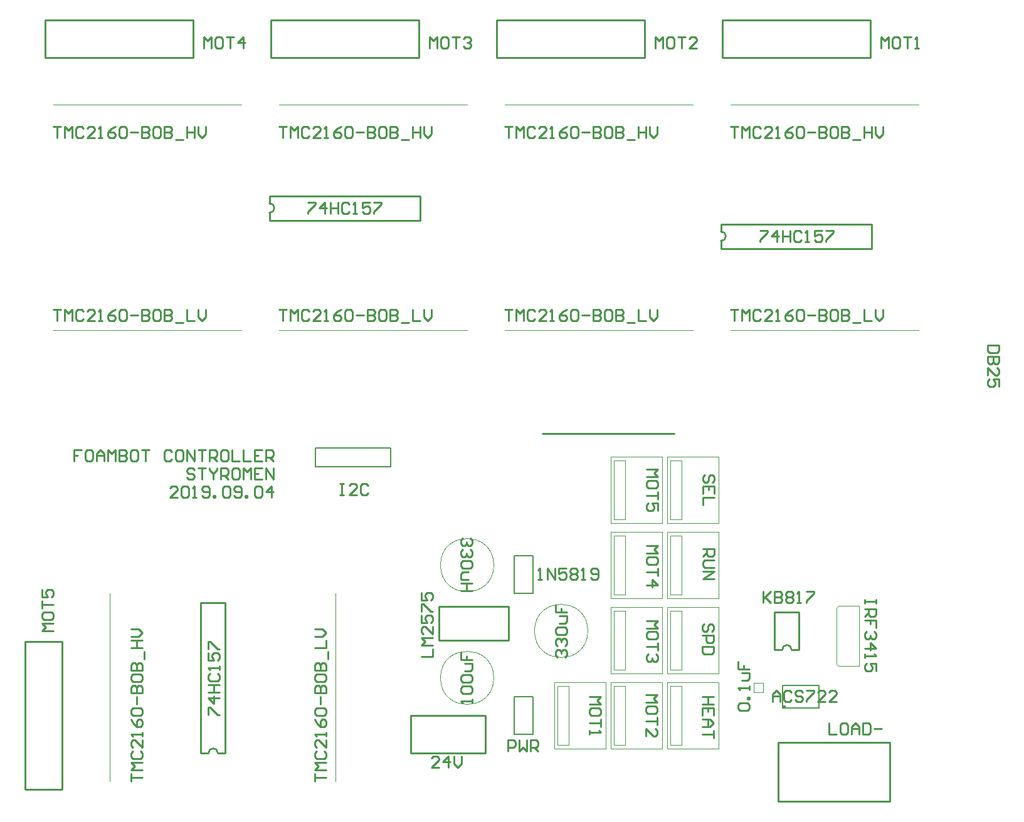
<source format=gto>
G04*
G04 #@! TF.GenerationSoftware,Altium Limited,Altium Designer,21.1.1 (26)*
G04*
G04 Layer_Color=65535*
%FSLAX25Y25*%
%MOIN*%
G70*
G04*
G04 #@! TF.SameCoordinates,6FC1F31B-F578-4013-A3C6-3E9410FEC2B9*
G04*
G04*
G04 #@! TF.FilePolarity,Positive*
G04*
G01*
G75*
%ADD10C,0.00394*%
%ADD11C,0.01000*%
%ADD12C,0.00787*%
%ADD13R,0.01546X0.01502*%
D10*
X524173Y440000D02*
G03*
X524173Y440000I-14173J0D01*
G01*
X474173Y475000D02*
G03*
X474173Y475000I-14173J0D01*
G01*
Y415000D02*
G03*
X474173Y415000I-14173J0D01*
G01*
X360000Y600000D02*
X460000D01*
X600000D02*
X700000D01*
X240000D02*
X340000D01*
X480000D02*
X580000D01*
X480000Y720000D02*
X580000D01*
X360000D02*
X460000D01*
X600000D02*
X700000D01*
X270000Y360000D02*
Y460000D01*
X240000Y720000D02*
X340000D01*
X593780Y417283D02*
Y452716D01*
X566221Y417283D02*
X593780D01*
X566221D02*
Y452716D01*
X593780D01*
X568189Y450748D02*
X574094D01*
Y419252D02*
Y450748D01*
X568189Y419252D02*
X574094D01*
X568189D02*
Y450748D01*
X593780Y457283D02*
Y492717D01*
X566221Y457283D02*
X593780D01*
X566221D02*
Y492717D01*
X593780D01*
X568189Y490748D02*
X574094D01*
Y459252D02*
Y490748D01*
X568189Y459252D02*
X574094D01*
X568189D02*
Y490748D01*
X593780Y377284D02*
Y412716D01*
X566221Y377284D02*
X593780D01*
X566221D02*
Y412716D01*
X593780D01*
X568189Y410748D02*
X574094D01*
Y379252D02*
Y410748D01*
X568189Y379252D02*
X574094D01*
X568189D02*
Y410748D01*
X593780Y497284D02*
Y532717D01*
X566221Y497284D02*
X593780D01*
X566221D02*
Y532717D01*
X593780D01*
X568189Y530748D02*
X574094D01*
Y499252D02*
Y530748D01*
X568189Y499252D02*
X574094D01*
X568189D02*
Y530748D01*
X563779Y497284D02*
Y532717D01*
X536221Y497284D02*
X563779D01*
X536221D02*
Y532717D01*
X563779D01*
X538189Y530748D02*
X544095D01*
Y499252D02*
Y530748D01*
X538189Y499252D02*
X544095D01*
X538189D02*
Y530748D01*
X533779Y377284D02*
Y412716D01*
X506220Y377284D02*
X533779D01*
X506220D02*
Y412716D01*
X533779D01*
X508189Y410748D02*
X514094D01*
Y379252D02*
Y410748D01*
X508189Y379252D02*
X514094D01*
X508189D02*
Y410748D01*
X563779Y457283D02*
Y492717D01*
X536221Y457283D02*
X563779D01*
X536221D02*
Y492717D01*
X563779D01*
X538189Y490748D02*
X544095D01*
Y459252D02*
Y490748D01*
X538189Y459252D02*
X544095D01*
X538189D02*
Y490748D01*
X563779Y417283D02*
Y452716D01*
X536221Y417283D02*
X563779D01*
X536221D02*
Y452716D01*
X563779D01*
X538189Y450748D02*
X544095D01*
Y419252D02*
Y450748D01*
X538189Y419252D02*
X544095D01*
X538189D02*
Y450748D01*
X563779Y377284D02*
Y412716D01*
X536221Y377284D02*
X563779D01*
X536221D02*
Y412716D01*
X563779D01*
X538189Y410748D02*
X544095D01*
Y379252D02*
Y410748D01*
X538189Y379252D02*
X544095D01*
X538189D02*
Y410748D01*
X612500Y407500D02*
X617500D01*
Y412500D01*
X612500D02*
X617500D01*
X612500Y407500D02*
Y412500D01*
X390000Y360000D02*
Y460000D01*
X657500Y453500D02*
X668500D01*
Y421500D02*
Y453500D01*
X656500Y452500D02*
X657500Y453500D01*
X656500Y422500D02*
Y452500D01*
Y422500D02*
X657500Y421500D01*
X668500D01*
D11*
X595000Y647500D02*
G03*
X595000Y652500I0J2500D01*
G01*
X355000Y662500D02*
G03*
X355000Y667500I0J2500D01*
G01*
X327500Y375000D02*
G03*
X322500Y375000I-2500J0D01*
G01*
X632500Y430000D02*
G03*
X627500Y430000I-2500J0D01*
G01*
X445000Y435000D02*
X446732D01*
X445000D02*
Y451142D01*
Y452992D01*
X480709D01*
X482000D01*
X446732Y435000D02*
X482000D01*
Y436567D01*
Y452992D01*
X625472Y349252D02*
X684528D01*
Y380748D01*
X625472D02*
X684528D01*
X625472Y349252D02*
Y380748D01*
X500000Y545000D02*
X570000D01*
X674370Y745157D02*
Y764843D01*
X595630D02*
X674370D01*
X595630Y745157D02*
Y764843D01*
Y745157D02*
X674370D01*
X314370D02*
Y764843D01*
X235630D02*
X314370D01*
X235630Y745157D02*
Y764843D01*
Y745157D02*
X314370D01*
X434370D02*
Y764843D01*
X355630D02*
X434370D01*
X355630Y745157D02*
Y764843D01*
Y745157D02*
X434370D01*
X225157Y434370D02*
X244843D01*
X225157Y355630D02*
Y434370D01*
Y355630D02*
X244843D01*
Y434370D01*
X554370Y745157D02*
Y764843D01*
X475630D02*
X554370D01*
X475630Y745157D02*
Y764843D01*
Y745157D02*
X554370D01*
X430158Y375157D02*
X469528D01*
X430158D02*
Y394843D01*
X469528D01*
Y375157D02*
Y394843D01*
X595000Y643500D02*
X675000D01*
Y656500D01*
X595000D02*
X675000D01*
X595000Y652500D02*
Y656500D01*
Y643500D02*
Y647500D01*
X355000Y658500D02*
X435000D01*
Y671500D01*
X355000D02*
X435000D01*
X355000Y667500D02*
Y671500D01*
Y658500D02*
Y662500D01*
X331500Y375000D02*
Y455000D01*
X318500D02*
X331500D01*
X318500Y375000D02*
Y455000D01*
Y375000D02*
X322500D01*
X327500D02*
X331500D01*
X636500Y430000D02*
Y450000D01*
X623500D02*
X636500D01*
X623500Y430000D02*
Y450000D01*
Y430000D02*
X627500D01*
X632500D02*
X636500D01*
X254999Y536193D02*
X251000D01*
Y533194D01*
X252999D01*
X251000D01*
Y530195D01*
X259997Y536193D02*
X257998D01*
X256998Y535194D01*
Y531195D01*
X257998Y530195D01*
X259997D01*
X260997Y531195D01*
Y535194D01*
X259997Y536193D01*
X262996Y530195D02*
Y534194D01*
X264996Y536193D01*
X266995Y534194D01*
Y530195D01*
Y533194D01*
X262996D01*
X268994Y530195D02*
Y536193D01*
X270993Y534194D01*
X272993Y536193D01*
Y530195D01*
X274992Y536193D02*
Y530195D01*
X277991D01*
X278991Y531195D01*
Y532195D01*
X277991Y533194D01*
X274992D01*
X277991D01*
X278991Y534194D01*
Y535194D01*
X277991Y536193D01*
X274992D01*
X283989D02*
X281990D01*
X280990Y535194D01*
Y531195D01*
X281990Y530195D01*
X283989D01*
X284989Y531195D01*
Y535194D01*
X283989Y536193D01*
X286988D02*
X290987D01*
X288988D01*
Y530195D01*
X302983Y535194D02*
X301983Y536193D01*
X299984D01*
X298985Y535194D01*
Y531195D01*
X299984Y530195D01*
X301983D01*
X302983Y531195D01*
X307982Y536193D02*
X305982D01*
X304982Y535194D01*
Y531195D01*
X305982Y530195D01*
X307982D01*
X308981Y531195D01*
Y535194D01*
X307982Y536193D01*
X310981Y530195D02*
Y536193D01*
X314979Y530195D01*
Y536193D01*
X316979D02*
X320977D01*
X318978D01*
Y530195D01*
X322977D02*
Y536193D01*
X325976D01*
X326975Y535194D01*
Y533194D01*
X325976Y532195D01*
X322977D01*
X324976D02*
X326975Y530195D01*
X331974Y536193D02*
X329975D01*
X328975Y535194D01*
Y531195D01*
X329975Y530195D01*
X331974D01*
X332974Y531195D01*
Y535194D01*
X331974Y536193D01*
X334973D02*
Y530195D01*
X338971D01*
X340971Y536193D02*
Y530195D01*
X344970D01*
X350968Y536193D02*
X346969D01*
Y530195D01*
X350968D01*
X346969Y533194D02*
X348968D01*
X352967Y530195D02*
Y536193D01*
X355966D01*
X356966Y535194D01*
Y533194D01*
X355966Y532195D01*
X352967D01*
X354966D02*
X356966Y530195D01*
X314979Y525596D02*
X313980Y526596D01*
X311980D01*
X310981Y525596D01*
Y524596D01*
X311980Y523597D01*
X313980D01*
X314979Y522597D01*
Y521597D01*
X313980Y520598D01*
X311980D01*
X310981Y521597D01*
X316979Y526596D02*
X320977D01*
X318978D01*
Y520598D01*
X322977Y526596D02*
Y525596D01*
X324976Y523597D01*
X326975Y525596D01*
Y526596D01*
X324976Y523597D02*
Y520598D01*
X328975D02*
Y526596D01*
X331974D01*
X332974Y525596D01*
Y523597D01*
X331974Y522597D01*
X328975D01*
X330974D02*
X332974Y520598D01*
X337972Y526596D02*
X335972D01*
X334973Y525596D01*
Y521597D01*
X335972Y520598D01*
X337972D01*
X338971Y521597D01*
Y525596D01*
X337972Y526596D01*
X340971Y520598D02*
Y526596D01*
X342970Y524596D01*
X344970Y526596D01*
Y520598D01*
X350968Y526596D02*
X346969D01*
Y520598D01*
X350968D01*
X346969Y523597D02*
X348968D01*
X352967Y520598D02*
Y526596D01*
X356966Y520598D01*
Y526596D01*
X305982Y511000D02*
X301983D01*
X305982Y514999D01*
Y515998D01*
X304982Y516998D01*
X302983D01*
X301983Y515998D01*
X307982D02*
X308981Y516998D01*
X310981D01*
X311980Y515998D01*
Y512000D01*
X310981Y511000D01*
X308981D01*
X307982Y512000D01*
Y515998D01*
X313980Y511000D02*
X315979D01*
X314979D01*
Y516998D01*
X313980Y515998D01*
X318978Y512000D02*
X319978Y511000D01*
X321977D01*
X322977Y512000D01*
Y515998D01*
X321977Y516998D01*
X319978D01*
X318978Y515998D01*
Y514999D01*
X319978Y513999D01*
X322977D01*
X324976Y511000D02*
Y512000D01*
X325976D01*
Y511000D01*
X324976D01*
X329975Y515998D02*
X330974Y516998D01*
X332974D01*
X333973Y515998D01*
Y512000D01*
X332974Y511000D01*
X330974D01*
X329975Y512000D01*
Y515998D01*
X335972Y512000D02*
X336972Y511000D01*
X338971D01*
X339971Y512000D01*
Y515998D01*
X338971Y516998D01*
X336972D01*
X335972Y515998D01*
Y514999D01*
X336972Y513999D01*
X339971D01*
X341971Y511000D02*
Y512000D01*
X342970D01*
Y511000D01*
X341971D01*
X346969Y515998D02*
X347969Y516998D01*
X349968D01*
X350968Y515998D01*
Y512000D01*
X349968Y511000D01*
X347969D01*
X346969Y512000D01*
Y515998D01*
X355966Y511000D02*
Y516998D01*
X352967Y513999D01*
X356966D01*
X680000Y750000D02*
Y755998D01*
X681999Y753999D01*
X683999Y755998D01*
Y750000D01*
X688997Y755998D02*
X686998D01*
X685998Y754998D01*
Y751000D01*
X686998Y750000D01*
X688997D01*
X689997Y751000D01*
Y754998D01*
X688997Y755998D01*
X691996D02*
X695995D01*
X693996D01*
Y750000D01*
X697994D02*
X699994D01*
X698994D01*
Y755998D01*
X697994Y754998D01*
X240000Y440000D02*
X234002D01*
X236001Y441999D01*
X234002Y443999D01*
X240000D01*
X234002Y448997D02*
Y446998D01*
X235002Y445998D01*
X239000D01*
X240000Y446998D01*
Y448997D01*
X239000Y449997D01*
X235002D01*
X234002Y448997D01*
Y451996D02*
Y455995D01*
Y453996D01*
X240000D01*
X234002Y461993D02*
Y457994D01*
X237001D01*
X236001Y459994D01*
Y460993D01*
X237001Y461993D01*
X239000D01*
X240000Y460993D01*
Y458994D01*
X239000Y457994D01*
X320000Y750000D02*
Y755998D01*
X321999Y753999D01*
X323999Y755998D01*
Y750000D01*
X328997Y755998D02*
X326998D01*
X325998Y754998D01*
Y751000D01*
X326998Y750000D01*
X328997D01*
X329997Y751000D01*
Y754998D01*
X328997Y755998D01*
X331996D02*
X335995D01*
X333996D01*
Y750000D01*
X340993D02*
Y755998D01*
X337994Y752999D01*
X341993D01*
X440000Y750000D02*
Y755998D01*
X441999Y753999D01*
X443999Y755998D01*
Y750000D01*
X448997Y755998D02*
X446998D01*
X445998Y754998D01*
Y751000D01*
X446998Y750000D01*
X448997D01*
X449997Y751000D01*
Y754998D01*
X448997Y755998D01*
X451996D02*
X455995D01*
X453996D01*
Y750000D01*
X457994Y754998D02*
X458994Y755998D01*
X460993D01*
X461993Y754998D01*
Y753999D01*
X460993Y752999D01*
X459994D01*
X460993D01*
X461993Y751999D01*
Y751000D01*
X460993Y750000D01*
X458994D01*
X457994Y751000D01*
X560000Y750000D02*
Y755998D01*
X561999Y753999D01*
X563999Y755998D01*
Y750000D01*
X568997Y755998D02*
X566998D01*
X565998Y754998D01*
Y751000D01*
X566998Y750000D01*
X568997D01*
X569997Y751000D01*
Y754998D01*
X568997Y755998D01*
X571996D02*
X575995D01*
X573995D01*
Y750000D01*
X581993D02*
X577994D01*
X581993Y753999D01*
Y754998D01*
X580993Y755998D01*
X578994D01*
X577994Y754998D01*
X392500Y518498D02*
X394499D01*
X393500D01*
Y512500D01*
X392500D01*
X394499D01*
X401497D02*
X397498D01*
X401497Y516499D01*
Y517498D01*
X400497Y518498D01*
X398498D01*
X397498Y517498D01*
X407495D02*
X406496Y518498D01*
X404496D01*
X403496Y517498D01*
Y513500D01*
X404496Y512500D01*
X406496D01*
X407495Y513500D01*
X497800Y467500D02*
X499799D01*
X498800D01*
Y473498D01*
X497800Y472498D01*
X502798Y467500D02*
Y473498D01*
X506797Y467500D01*
Y473498D01*
X512795D02*
X508796D01*
Y470499D01*
X510796Y471499D01*
X511796D01*
X512795Y470499D01*
Y468500D01*
X511796Y467500D01*
X509796D01*
X508796Y468500D01*
X514794Y472498D02*
X515794Y473498D01*
X517794D01*
X518793Y472498D01*
Y471499D01*
X517794Y470499D01*
X518793Y469499D01*
Y468500D01*
X517794Y467500D01*
X515794D01*
X514794Y468500D01*
Y469499D01*
X515794Y470499D01*
X514794Y471499D01*
Y472498D01*
X515794Y470499D02*
X517794D01*
X520793Y467500D02*
X522792D01*
X521792D01*
Y473498D01*
X520793Y472498D01*
X525791Y468500D02*
X526791Y467500D01*
X528790D01*
X529790Y468500D01*
Y472498D01*
X528790Y473498D01*
X526791D01*
X525791Y472498D01*
Y471499D01*
X526791Y470499D01*
X529790D01*
X445099Y367500D02*
X441100D01*
X445099Y371499D01*
Y372498D01*
X444099Y373498D01*
X442100D01*
X441100Y372498D01*
X450097Y367500D02*
Y373498D01*
X447098Y370499D01*
X451097D01*
X453096Y373498D02*
Y369499D01*
X455095Y367500D01*
X457095Y369499D01*
Y373498D01*
X555100Y405900D02*
X561098D01*
X559099Y403901D01*
X561098Y401901D01*
X555100D01*
X561098Y396903D02*
Y398902D01*
X560098Y399902D01*
X556100D01*
X555100Y398902D01*
Y396903D01*
X556100Y395903D01*
X560098D01*
X561098Y396903D01*
Y393904D02*
Y389905D01*
Y391904D01*
X555100D01*
Y383907D02*
Y387906D01*
X559099Y383907D01*
X560098D01*
X561098Y384907D01*
Y386906D01*
X560098Y387906D01*
X555500Y445500D02*
X561498D01*
X559499Y443501D01*
X561498Y441501D01*
X555500D01*
X561498Y436503D02*
Y438502D01*
X560498Y439502D01*
X556500D01*
X555500Y438502D01*
Y436503D01*
X556500Y435503D01*
X560498D01*
X561498Y436503D01*
Y433504D02*
Y429505D01*
Y431504D01*
X555500D01*
X560498Y427506D02*
X561498Y426506D01*
Y424507D01*
X560498Y423507D01*
X559499D01*
X558499Y424507D01*
Y425506D01*
Y424507D01*
X557499Y423507D01*
X556500D01*
X555500Y424507D01*
Y426506D01*
X556500Y427506D01*
X555300Y485300D02*
X561298D01*
X559299Y483301D01*
X561298Y481301D01*
X555300D01*
X561298Y476303D02*
Y478302D01*
X560298Y479302D01*
X556300D01*
X555300Y478302D01*
Y476303D01*
X556300Y475303D01*
X560298D01*
X561298Y476303D01*
Y473304D02*
Y469305D01*
Y471305D01*
X555300D01*
Y464307D02*
X561298D01*
X558299Y467306D01*
Y463307D01*
X525000Y405000D02*
X530998D01*
X528999Y403001D01*
X530998Y401001D01*
X525000D01*
X530998Y396003D02*
Y398002D01*
X529998Y399002D01*
X526000D01*
X525000Y398002D01*
Y396003D01*
X526000Y395003D01*
X529998D01*
X530998Y396003D01*
Y393004D02*
Y389005D01*
Y391004D01*
X525000D01*
Y387006D02*
Y385006D01*
Y386006D01*
X530998D01*
X529998Y387006D01*
X322202Y395400D02*
Y399399D01*
X323202D01*
X327200Y395400D01*
X328200D01*
Y404397D02*
X322202D01*
X325201Y401398D01*
Y405397D01*
X322202Y407396D02*
X328200D01*
X325201D01*
Y411395D01*
X322202D01*
X328200D01*
X323202Y417393D02*
X322202Y416393D01*
Y414394D01*
X323202Y413394D01*
X327200D01*
X328200Y414394D01*
Y416393D01*
X327200Y417393D01*
X328200Y419392D02*
Y421392D01*
Y420392D01*
X322202D01*
X323202Y419392D01*
X322202Y428389D02*
Y424391D01*
X325201D01*
X324201Y426390D01*
Y427390D01*
X325201Y428389D01*
X327200D01*
X328200Y427390D01*
Y425390D01*
X327200Y424391D01*
X322202Y430389D02*
Y434387D01*
X323202D01*
X327200Y430389D01*
X328200D01*
X375300Y667898D02*
X379299D01*
Y666898D01*
X375300Y662900D01*
Y661900D01*
X384297D02*
Y667898D01*
X381298Y664899D01*
X385297D01*
X387296Y667898D02*
Y661900D01*
Y664899D01*
X391295D01*
Y667898D01*
Y661900D01*
X397293Y666898D02*
X396293Y667898D01*
X394294D01*
X393294Y666898D01*
Y662900D01*
X394294Y661900D01*
X396293D01*
X397293Y662900D01*
X399292Y661900D02*
X401292D01*
X400292D01*
Y667898D01*
X399292Y666898D01*
X408289Y667898D02*
X404291D01*
Y664899D01*
X406290Y665899D01*
X407290D01*
X408289Y664899D01*
Y662900D01*
X407290Y661900D01*
X405290D01*
X404291Y662900D01*
X410289Y667898D02*
X414287D01*
Y666898D01*
X410289Y662900D01*
Y661900D01*
X480000Y610998D02*
X483999D01*
X481999D01*
Y605000D01*
X485998D02*
Y610998D01*
X487997Y608999D01*
X489997Y610998D01*
Y605000D01*
X495995Y609998D02*
X494995Y610998D01*
X492996D01*
X491996Y609998D01*
Y606000D01*
X492996Y605000D01*
X494995D01*
X495995Y606000D01*
X501993Y605000D02*
X497994D01*
X501993Y608999D01*
Y609998D01*
X500993Y610998D01*
X498994D01*
X497994Y609998D01*
X503992Y605000D02*
X505992D01*
X504992D01*
Y610998D01*
X503992Y609998D01*
X512989Y610998D02*
X510990Y609998D01*
X508991Y607999D01*
Y606000D01*
X509990Y605000D01*
X511990D01*
X512989Y606000D01*
Y606999D01*
X511990Y607999D01*
X508991D01*
X514989Y609998D02*
X515988Y610998D01*
X517988D01*
X518987Y609998D01*
Y606000D01*
X517988Y605000D01*
X515988D01*
X514989Y606000D01*
Y609998D01*
X520987Y607999D02*
X524986D01*
X526985Y610998D02*
Y605000D01*
X529984D01*
X530983Y606000D01*
Y606999D01*
X529984Y607999D01*
X526985D01*
X529984D01*
X530983Y608999D01*
Y609998D01*
X529984Y610998D01*
X526985D01*
X535982D02*
X533983D01*
X532983Y609998D01*
Y606000D01*
X533983Y605000D01*
X535982D01*
X536982Y606000D01*
Y609998D01*
X535982Y610998D01*
X538981D02*
Y605000D01*
X541980D01*
X542980Y606000D01*
Y606999D01*
X541980Y607999D01*
X538981D01*
X541980D01*
X542980Y608999D01*
Y609998D01*
X541980Y610998D01*
X538981D01*
X544979Y604000D02*
X548978D01*
X550977Y610998D02*
Y605000D01*
X554976D01*
X556975Y610998D02*
Y606999D01*
X558974Y605000D01*
X560974Y606999D01*
Y610998D01*
X240000D02*
X243999D01*
X241999D01*
Y605000D01*
X245998D02*
Y610998D01*
X247997Y608999D01*
X249997Y610998D01*
Y605000D01*
X255995Y609998D02*
X254995Y610998D01*
X252996D01*
X251996Y609998D01*
Y606000D01*
X252996Y605000D01*
X254995D01*
X255995Y606000D01*
X261993Y605000D02*
X257994D01*
X261993Y608999D01*
Y609998D01*
X260993Y610998D01*
X258994D01*
X257994Y609998D01*
X263992Y605000D02*
X265992D01*
X264992D01*
Y610998D01*
X263992Y609998D01*
X272989Y610998D02*
X270990Y609998D01*
X268991Y607999D01*
Y606000D01*
X269990Y605000D01*
X271990D01*
X272989Y606000D01*
Y606999D01*
X271990Y607999D01*
X268991D01*
X274989Y609998D02*
X275988Y610998D01*
X277988D01*
X278987Y609998D01*
Y606000D01*
X277988Y605000D01*
X275988D01*
X274989Y606000D01*
Y609998D01*
X280987Y607999D02*
X284985D01*
X286985Y610998D02*
Y605000D01*
X289984D01*
X290984Y606000D01*
Y606999D01*
X289984Y607999D01*
X286985D01*
X289984D01*
X290984Y608999D01*
Y609998D01*
X289984Y610998D01*
X286985D01*
X295982D02*
X293983D01*
X292983Y609998D01*
Y606000D01*
X293983Y605000D01*
X295982D01*
X296982Y606000D01*
Y609998D01*
X295982Y610998D01*
X298981D02*
Y605000D01*
X301980D01*
X302980Y606000D01*
Y606999D01*
X301980Y607999D01*
X298981D01*
X301980D01*
X302980Y608999D01*
Y609998D01*
X301980Y610998D01*
X298981D01*
X304979Y604000D02*
X308978D01*
X310977Y610998D02*
Y605000D01*
X314976D01*
X316975Y610998D02*
Y606999D01*
X318974Y605000D01*
X320974Y606999D01*
Y610998D01*
X240000Y708498D02*
X243999D01*
X241999D01*
Y702500D01*
X245998D02*
Y708498D01*
X247997Y706499D01*
X249997Y708498D01*
Y702500D01*
X255995Y707498D02*
X254995Y708498D01*
X252996D01*
X251996Y707498D01*
Y703500D01*
X252996Y702500D01*
X254995D01*
X255995Y703500D01*
X261993Y702500D02*
X257994D01*
X261993Y706499D01*
Y707498D01*
X260993Y708498D01*
X258994D01*
X257994Y707498D01*
X263992Y702500D02*
X265992D01*
X264992D01*
Y708498D01*
X263992Y707498D01*
X272989Y708498D02*
X270990Y707498D01*
X268991Y705499D01*
Y703500D01*
X269990Y702500D01*
X271990D01*
X272989Y703500D01*
Y704499D01*
X271990Y705499D01*
X268991D01*
X274989Y707498D02*
X275988Y708498D01*
X277988D01*
X278987Y707498D01*
Y703500D01*
X277988Y702500D01*
X275988D01*
X274989Y703500D01*
Y707498D01*
X280987Y705499D02*
X284985D01*
X286985Y708498D02*
Y702500D01*
X289984D01*
X290984Y703500D01*
Y704499D01*
X289984Y705499D01*
X286985D01*
X289984D01*
X290984Y706499D01*
Y707498D01*
X289984Y708498D01*
X286985D01*
X295982D02*
X293983D01*
X292983Y707498D01*
Y703500D01*
X293983Y702500D01*
X295982D01*
X296982Y703500D01*
Y707498D01*
X295982Y708498D01*
X298981D02*
Y702500D01*
X301980D01*
X302980Y703500D01*
Y704499D01*
X301980Y705499D01*
X298981D01*
X301980D01*
X302980Y706499D01*
Y707498D01*
X301980Y708498D01*
X298981D01*
X304979Y701500D02*
X308978D01*
X310977Y708498D02*
Y702500D01*
Y705499D01*
X314976D01*
Y708498D01*
Y702500D01*
X316975Y708498D02*
Y704499D01*
X318974Y702500D01*
X320974Y704499D01*
Y708498D01*
X281502Y360000D02*
Y363999D01*
Y361999D01*
X287500D01*
Y365998D02*
X281502D01*
X283501Y367997D01*
X281502Y369997D01*
X287500D01*
X282502Y375995D02*
X281502Y374995D01*
Y372996D01*
X282502Y371996D01*
X286500D01*
X287500Y372996D01*
Y374995D01*
X286500Y375995D01*
X287500Y381993D02*
Y377994D01*
X283501Y381993D01*
X282502D01*
X281502Y380993D01*
Y378994D01*
X282502Y377994D01*
X287500Y383992D02*
Y385992D01*
Y384992D01*
X281502D01*
X282502Y383992D01*
X281502Y392989D02*
X282502Y390990D01*
X284501Y388991D01*
X286500D01*
X287500Y389990D01*
Y391990D01*
X286500Y392989D01*
X285501D01*
X284501Y391990D01*
Y388991D01*
X282502Y394989D02*
X281502Y395988D01*
Y397988D01*
X282502Y398987D01*
X286500D01*
X287500Y397988D01*
Y395988D01*
X286500Y394989D01*
X282502D01*
X284501Y400987D02*
Y404985D01*
X281502Y406985D02*
X287500D01*
Y409984D01*
X286500Y410984D01*
X285501D01*
X284501Y409984D01*
Y406985D01*
Y409984D01*
X283501Y410984D01*
X282502D01*
X281502Y409984D01*
Y406985D01*
Y415982D02*
Y413982D01*
X282502Y412983D01*
X286500D01*
X287500Y413982D01*
Y415982D01*
X286500Y416982D01*
X282502D01*
X281502Y415982D01*
Y418981D02*
X287500D01*
Y421980D01*
X286500Y422980D01*
X285501D01*
X284501Y421980D01*
Y418981D01*
Y421980D01*
X283501Y422980D01*
X282502D01*
X281502Y421980D01*
Y418981D01*
X288500Y424979D02*
Y428978D01*
X281502Y430977D02*
X287500D01*
X284501D01*
Y434976D01*
X281502D01*
X287500D01*
X281502Y436975D02*
X285501D01*
X287500Y438974D01*
X285501Y440974D01*
X281502D01*
X742598Y592100D02*
X736600D01*
Y589101D01*
X737600Y588101D01*
X741598D01*
X742598Y589101D01*
Y592100D01*
Y586102D02*
X736600D01*
Y583103D01*
X737600Y582103D01*
X738599D01*
X739599Y583103D01*
Y586102D01*
Y583103D01*
X740599Y582103D01*
X741598D01*
X742598Y583103D01*
Y586102D01*
X736600Y576105D02*
Y580104D01*
X740599Y576105D01*
X741598D01*
X742598Y577105D01*
Y579104D01*
X741598Y580104D01*
X742598Y570107D02*
Y574106D01*
X739599D01*
X740599Y572107D01*
Y571107D01*
X739599Y570107D01*
X737600D01*
X736600Y571107D01*
Y573106D01*
X737600Y574106D01*
X481700Y375900D02*
Y381898D01*
X484699D01*
X485699Y380898D01*
Y378899D01*
X484699Y377899D01*
X481700D01*
X487698Y381898D02*
Y375900D01*
X489697Y377899D01*
X491697Y375900D01*
Y381898D01*
X493696Y375900D02*
Y381898D01*
X496695D01*
X497695Y380898D01*
Y378899D01*
X496695Y377899D01*
X493696D01*
X495695D02*
X497695Y375900D01*
X617500Y460998D02*
Y455000D01*
Y456999D01*
X621499Y460998D01*
X618500Y457999D01*
X621499Y455000D01*
X623498Y460998D02*
Y455000D01*
X626497D01*
X627497Y456000D01*
Y456999D01*
X626497Y457999D01*
X623498D01*
X626497D01*
X627497Y458999D01*
Y459998D01*
X626497Y460998D01*
X623498D01*
X629496Y459998D02*
X630496Y460998D01*
X632495D01*
X633495Y459998D01*
Y458999D01*
X632495Y457999D01*
X633495Y456999D01*
Y456000D01*
X632495Y455000D01*
X630496D01*
X629496Y456000D01*
Y456999D01*
X630496Y457999D01*
X629496Y458999D01*
Y459998D01*
X630496Y457999D02*
X632495D01*
X635494Y455000D02*
X637494D01*
X636494D01*
Y460998D01*
X635494Y459998D01*
X640493Y460998D02*
X644491D01*
Y459998D01*
X640493Y456000D01*
Y455000D01*
X600000Y708498D02*
X603999D01*
X601999D01*
Y702500D01*
X605998D02*
Y708498D01*
X607997Y706499D01*
X609997Y708498D01*
Y702500D01*
X615995Y707498D02*
X614995Y708498D01*
X612996D01*
X611996Y707498D01*
Y703500D01*
X612996Y702500D01*
X614995D01*
X615995Y703500D01*
X621993Y702500D02*
X617994D01*
X621993Y706499D01*
Y707498D01*
X620993Y708498D01*
X618994D01*
X617994Y707498D01*
X623992Y702500D02*
X625992D01*
X624992D01*
Y708498D01*
X623992Y707498D01*
X632989Y708498D02*
X630990Y707498D01*
X628991Y705499D01*
Y703500D01*
X629990Y702500D01*
X631990D01*
X632989Y703500D01*
Y704499D01*
X631990Y705499D01*
X628991D01*
X634989Y707498D02*
X635988Y708498D01*
X637988D01*
X638987Y707498D01*
Y703500D01*
X637988Y702500D01*
X635988D01*
X634989Y703500D01*
Y707498D01*
X640987Y705499D02*
X644985D01*
X646985Y708498D02*
Y702500D01*
X649984D01*
X650983Y703500D01*
Y704499D01*
X649984Y705499D01*
X646985D01*
X649984D01*
X650983Y706499D01*
Y707498D01*
X649984Y708498D01*
X646985D01*
X655982D02*
X653982D01*
X652983Y707498D01*
Y703500D01*
X653982Y702500D01*
X655982D01*
X656982Y703500D01*
Y707498D01*
X655982Y708498D01*
X658981D02*
Y702500D01*
X661980D01*
X662980Y703500D01*
Y704499D01*
X661980Y705499D01*
X658981D01*
X661980D01*
X662980Y706499D01*
Y707498D01*
X661980Y708498D01*
X658981D01*
X664979Y701500D02*
X668978D01*
X670977Y708498D02*
Y702500D01*
Y705499D01*
X674976D01*
Y708498D01*
Y702500D01*
X676975Y708498D02*
Y704499D01*
X678974Y702500D01*
X680974Y704499D01*
Y708498D01*
X600000Y610998D02*
X603999D01*
X601999D01*
Y605000D01*
X605998D02*
Y610998D01*
X607997Y608999D01*
X609997Y610998D01*
Y605000D01*
X615995Y609998D02*
X614995Y610998D01*
X612996D01*
X611996Y609998D01*
Y606000D01*
X612996Y605000D01*
X614995D01*
X615995Y606000D01*
X621993Y605000D02*
X617994D01*
X621993Y608999D01*
Y609998D01*
X620993Y610998D01*
X618994D01*
X617994Y609998D01*
X623992Y605000D02*
X625992D01*
X624992D01*
Y610998D01*
X623992Y609998D01*
X632989Y610998D02*
X630990Y609998D01*
X628991Y607999D01*
Y606000D01*
X629990Y605000D01*
X631990D01*
X632989Y606000D01*
Y606999D01*
X631990Y607999D01*
X628991D01*
X634989Y609998D02*
X635988Y610998D01*
X637988D01*
X638987Y609998D01*
Y606000D01*
X637988Y605000D01*
X635988D01*
X634989Y606000D01*
Y609998D01*
X640987Y607999D02*
X644985D01*
X646985Y610998D02*
Y605000D01*
X649984D01*
X650983Y606000D01*
Y606999D01*
X649984Y607999D01*
X646985D01*
X649984D01*
X650983Y608999D01*
Y609998D01*
X649984Y610998D01*
X646985D01*
X655982D02*
X653982D01*
X652983Y609998D01*
Y606000D01*
X653982Y605000D01*
X655982D01*
X656982Y606000D01*
Y609998D01*
X655982Y610998D01*
X658981D02*
Y605000D01*
X661980D01*
X662980Y606000D01*
Y606999D01*
X661980Y607999D01*
X658981D01*
X661980D01*
X662980Y608999D01*
Y609998D01*
X661980Y610998D01*
X658981D01*
X664979Y604000D02*
X668978D01*
X670977Y610998D02*
Y605000D01*
X674976D01*
X676975Y610998D02*
Y606999D01*
X678974Y605000D01*
X680974Y606999D01*
Y610998D01*
X615600Y652998D02*
X619599D01*
Y651998D01*
X615600Y648000D01*
Y647000D01*
X624597D02*
Y652998D01*
X621598Y649999D01*
X625597D01*
X627596Y652998D02*
Y647000D01*
Y649999D01*
X631595D01*
Y652998D01*
Y647000D01*
X637593Y651998D02*
X636593Y652998D01*
X634594D01*
X633594Y651998D01*
Y648000D01*
X634594Y647000D01*
X636593D01*
X637593Y648000D01*
X639592Y647000D02*
X641592D01*
X640592D01*
Y652998D01*
X639592Y651998D01*
X648589Y652998D02*
X644591D01*
Y649999D01*
X646590Y650999D01*
X647590D01*
X648589Y649999D01*
Y648000D01*
X647590Y647000D01*
X645590D01*
X644591Y648000D01*
X650589Y652998D02*
X654587D01*
Y651998D01*
X650589Y648000D01*
Y647000D01*
X360000Y708498D02*
X363999D01*
X361999D01*
Y702500D01*
X365998D02*
Y708498D01*
X367997Y706499D01*
X369997Y708498D01*
Y702500D01*
X375995Y707498D02*
X374995Y708498D01*
X372996D01*
X371996Y707498D01*
Y703500D01*
X372996Y702500D01*
X374995D01*
X375995Y703500D01*
X381993Y702500D02*
X377994D01*
X381993Y706499D01*
Y707498D01*
X380993Y708498D01*
X378994D01*
X377994Y707498D01*
X383992Y702500D02*
X385992D01*
X384992D01*
Y708498D01*
X383992Y707498D01*
X392989Y708498D02*
X390990Y707498D01*
X388991Y705499D01*
Y703500D01*
X389990Y702500D01*
X391990D01*
X392989Y703500D01*
Y704499D01*
X391990Y705499D01*
X388991D01*
X394989Y707498D02*
X395988Y708498D01*
X397988D01*
X398987Y707498D01*
Y703500D01*
X397988Y702500D01*
X395988D01*
X394989Y703500D01*
Y707498D01*
X400987Y705499D02*
X404985D01*
X406985Y708498D02*
Y702500D01*
X409984D01*
X410984Y703500D01*
Y704499D01*
X409984Y705499D01*
X406985D01*
X409984D01*
X410984Y706499D01*
Y707498D01*
X409984Y708498D01*
X406985D01*
X415982D02*
X413982D01*
X412983Y707498D01*
Y703500D01*
X413982Y702500D01*
X415982D01*
X416982Y703500D01*
Y707498D01*
X415982Y708498D01*
X418981D02*
Y702500D01*
X421980D01*
X422980Y703500D01*
Y704499D01*
X421980Y705499D01*
X418981D01*
X421980D01*
X422980Y706499D01*
Y707498D01*
X421980Y708498D01*
X418981D01*
X424979Y701500D02*
X428978D01*
X430977Y708498D02*
Y702500D01*
Y705499D01*
X434976D01*
Y708498D01*
Y702500D01*
X436975Y708498D02*
Y704499D01*
X438974Y702500D01*
X440974Y704499D01*
Y708498D01*
X480000D02*
X483999D01*
X481999D01*
Y702500D01*
X485998D02*
Y708498D01*
X487997Y706499D01*
X489997Y708498D01*
Y702500D01*
X495995Y707498D02*
X494995Y708498D01*
X492996D01*
X491996Y707498D01*
Y703500D01*
X492996Y702500D01*
X494995D01*
X495995Y703500D01*
X501993Y702500D02*
X497994D01*
X501993Y706499D01*
Y707498D01*
X500993Y708498D01*
X498994D01*
X497994Y707498D01*
X503992Y702500D02*
X505992D01*
X504992D01*
Y708498D01*
X503992Y707498D01*
X512989Y708498D02*
X510990Y707498D01*
X508991Y705499D01*
Y703500D01*
X509990Y702500D01*
X511990D01*
X512989Y703500D01*
Y704499D01*
X511990Y705499D01*
X508991D01*
X514989Y707498D02*
X515988Y708498D01*
X517988D01*
X518987Y707498D01*
Y703500D01*
X517988Y702500D01*
X515988D01*
X514989Y703500D01*
Y707498D01*
X520987Y705499D02*
X524986D01*
X526985Y708498D02*
Y702500D01*
X529984D01*
X530983Y703500D01*
Y704499D01*
X529984Y705499D01*
X526985D01*
X529984D01*
X530983Y706499D01*
Y707498D01*
X529984Y708498D01*
X526985D01*
X535982D02*
X533983D01*
X532983Y707498D01*
Y703500D01*
X533983Y702500D01*
X535982D01*
X536982Y703500D01*
Y707498D01*
X535982Y708498D01*
X538981D02*
Y702500D01*
X541980D01*
X542980Y703500D01*
Y704499D01*
X541980Y705499D01*
X538981D01*
X541980D01*
X542980Y706499D01*
Y707498D01*
X541980Y708498D01*
X538981D01*
X544979Y701500D02*
X548978D01*
X550977Y708498D02*
Y702500D01*
Y705499D01*
X554976D01*
Y708498D01*
Y702500D01*
X556975Y708498D02*
Y704499D01*
X558974Y702500D01*
X560974Y704499D01*
Y708498D01*
X360000Y610998D02*
X363999D01*
X361999D01*
Y605000D01*
X365998D02*
Y610998D01*
X367997Y608999D01*
X369997Y610998D01*
Y605000D01*
X375995Y609998D02*
X374995Y610998D01*
X372996D01*
X371996Y609998D01*
Y606000D01*
X372996Y605000D01*
X374995D01*
X375995Y606000D01*
X381993Y605000D02*
X377994D01*
X381993Y608999D01*
Y609998D01*
X380993Y610998D01*
X378994D01*
X377994Y609998D01*
X383992Y605000D02*
X385992D01*
X384992D01*
Y610998D01*
X383992Y609998D01*
X392989Y610998D02*
X390990Y609998D01*
X388991Y607999D01*
Y606000D01*
X389990Y605000D01*
X391990D01*
X392989Y606000D01*
Y606999D01*
X391990Y607999D01*
X388991D01*
X394989Y609998D02*
X395988Y610998D01*
X397988D01*
X398987Y609998D01*
Y606000D01*
X397988Y605000D01*
X395988D01*
X394989Y606000D01*
Y609998D01*
X400987Y607999D02*
X404985D01*
X406985Y610998D02*
Y605000D01*
X409984D01*
X410984Y606000D01*
Y606999D01*
X409984Y607999D01*
X406985D01*
X409984D01*
X410984Y608999D01*
Y609998D01*
X409984Y610998D01*
X406985D01*
X415982D02*
X413982D01*
X412983Y609998D01*
Y606000D01*
X413982Y605000D01*
X415982D01*
X416982Y606000D01*
Y609998D01*
X415982Y610998D01*
X418981D02*
Y605000D01*
X421980D01*
X422980Y606000D01*
Y606999D01*
X421980Y607999D01*
X418981D01*
X421980D01*
X422980Y608999D01*
Y609998D01*
X421980Y610998D01*
X418981D01*
X424979Y604000D02*
X428978D01*
X430977Y610998D02*
Y605000D01*
X434976D01*
X436975Y610998D02*
Y606999D01*
X438974Y605000D01*
X440974Y606999D01*
Y610998D01*
X555300Y525900D02*
X561298D01*
X559299Y523901D01*
X561298Y521901D01*
X555300D01*
X561298Y516903D02*
Y518902D01*
X560298Y519902D01*
X556300D01*
X555300Y518902D01*
Y516903D01*
X556300Y515903D01*
X560298D01*
X561298Y516903D01*
Y513904D02*
Y509905D01*
Y511904D01*
X555300D01*
X561298Y503907D02*
Y507906D01*
X558299D01*
X559299Y505906D01*
Y504907D01*
X558299Y503907D01*
X556300D01*
X555300Y504907D01*
Y506906D01*
X556300Y507906D01*
X590498Y519001D02*
X591498Y520001D01*
Y522000D01*
X590498Y523000D01*
X589499D01*
X588499Y522000D01*
Y520001D01*
X587499Y519001D01*
X586500D01*
X585500Y520001D01*
Y522000D01*
X586500Y523000D01*
X591498Y513003D02*
Y517002D01*
X585500D01*
Y513003D01*
X588499Y517002D02*
Y515003D01*
X591498Y511004D02*
X585500D01*
Y507005D01*
X590998Y405000D02*
X585000D01*
X587999D01*
Y401001D01*
X590998D01*
X585000D01*
X590998Y395003D02*
Y399002D01*
X585000D01*
Y395003D01*
X587999Y399002D02*
Y397003D01*
X585000Y393004D02*
X588999D01*
X590998Y391004D01*
X588999Y389005D01*
X585000D01*
X587999D01*
Y393004D01*
X590998Y387006D02*
Y383007D01*
Y385006D01*
X585000D01*
X585300Y483600D02*
X591298D01*
Y480601D01*
X590298Y479601D01*
X588299D01*
X587299Y480601D01*
Y483600D01*
Y481601D02*
X585300Y479601D01*
X591298Y477602D02*
X586300D01*
X585300Y476602D01*
Y474603D01*
X586300Y473603D01*
X591298D01*
X585300Y471604D02*
X591298D01*
X585300Y467605D01*
X591298D01*
X589998Y439801D02*
X590998Y440801D01*
Y442800D01*
X589998Y443800D01*
X588999D01*
X587999Y442800D01*
Y440801D01*
X586999Y439801D01*
X586000D01*
X585000Y440801D01*
Y442800D01*
X586000Y443800D01*
X585000Y437802D02*
X590998D01*
Y434803D01*
X589998Y433803D01*
X587999D01*
X586999Y434803D01*
Y437802D01*
X590998Y431804D02*
X585000D01*
Y428805D01*
X586000Y427805D01*
X589998D01*
X590998Y428805D01*
Y431804D01*
X604902Y397789D02*
X603902Y398789D01*
Y400788D01*
X604902Y401788D01*
X608900D01*
X609900Y400788D01*
Y398789D01*
X608900Y397789D01*
X604902D01*
X609900Y403787D02*
X608900D01*
Y404787D01*
X609900D01*
Y403787D01*
Y408785D02*
Y410785D01*
Y409785D01*
X603902D01*
X604902Y408785D01*
X605901Y413784D02*
X608900D01*
X609900Y414783D01*
Y417782D01*
X605901D01*
X603902Y423781D02*
Y419782D01*
X606901D01*
Y421781D01*
Y419782D01*
X609900D01*
X435602Y426400D02*
X441600D01*
Y430399D01*
Y432398D02*
X435602D01*
X437601Y434397D01*
X435602Y436397D01*
X441600D01*
Y442395D02*
Y438396D01*
X437601Y442395D01*
X436602D01*
X435602Y441395D01*
Y439396D01*
X436602Y438396D01*
X435602Y448393D02*
Y444394D01*
X438601D01*
X437601Y446393D01*
Y447393D01*
X438601Y448393D01*
X440600D01*
X441600Y447393D01*
Y445394D01*
X440600Y444394D01*
X435602Y450392D02*
Y454391D01*
X436602D01*
X440600Y450392D01*
X441600D01*
X435602Y460389D02*
Y456390D01*
X438601D01*
X437601Y458390D01*
Y459389D01*
X438601Y460389D01*
X440600D01*
X441600Y459389D01*
Y457390D01*
X440600Y456390D01*
X462600Y401700D02*
Y403699D01*
Y402700D01*
X456602D01*
X457602Y401700D01*
Y406698D02*
X456602Y407698D01*
Y409697D01*
X457602Y410697D01*
X461600D01*
X462600Y409697D01*
Y407698D01*
X461600Y406698D01*
X457602D01*
Y412696D02*
X456602Y413696D01*
Y415695D01*
X457602Y416695D01*
X461600D01*
X462600Y415695D01*
Y413696D01*
X461600Y412696D01*
X457602D01*
X458601Y418694D02*
X461600D01*
X462600Y419694D01*
Y422693D01*
X458601D01*
X456602Y428691D02*
Y424693D01*
X459601D01*
Y426692D01*
Y424693D01*
X462600D01*
X461798Y489200D02*
X462798Y488200D01*
Y486201D01*
X461798Y485201D01*
X460799D01*
X459799Y486201D01*
Y487201D01*
Y486201D01*
X458799Y485201D01*
X457800D01*
X456800Y486201D01*
Y488200D01*
X457800Y489200D01*
X461798Y483202D02*
X462798Y482202D01*
Y480203D01*
X461798Y479203D01*
X460799D01*
X459799Y480203D01*
Y481203D01*
Y480203D01*
X458799Y479203D01*
X457800D01*
X456800Y480203D01*
Y482202D01*
X457800Y483202D01*
X461798Y477204D02*
X462798Y476204D01*
Y474205D01*
X461798Y473205D01*
X457800D01*
X456800Y474205D01*
Y476204D01*
X457800Y477204D01*
X461798D01*
X460799Y471206D02*
X457800D01*
X456800Y470206D01*
Y467207D01*
X460799D01*
X462798Y465208D02*
X456800D01*
X459799D01*
Y461209D01*
X462798D01*
X456800D01*
X507902Y426000D02*
X506902Y427000D01*
Y428999D01*
X507902Y429999D01*
X508901D01*
X509901Y428999D01*
Y427999D01*
Y428999D01*
X510901Y429999D01*
X511900D01*
X512900Y428999D01*
Y427000D01*
X511900Y426000D01*
X507902Y431998D02*
X506902Y432998D01*
Y434997D01*
X507902Y435997D01*
X508901D01*
X509901Y434997D01*
Y433997D01*
Y434997D01*
X510901Y435997D01*
X511900D01*
X512900Y434997D01*
Y432998D01*
X511900Y431998D01*
X507902Y437996D02*
X506902Y438996D01*
Y440995D01*
X507902Y441995D01*
X511900D01*
X512900Y440995D01*
Y438996D01*
X511900Y437996D01*
X507902D01*
X508901Y443994D02*
X511900D01*
X512900Y444994D01*
Y447993D01*
X508901D01*
X506902Y453991D02*
Y449992D01*
X509901D01*
Y451992D01*
Y449992D01*
X512900D01*
X379002Y360000D02*
Y363999D01*
Y361999D01*
X385000D01*
Y365998D02*
X379002D01*
X381001Y367997D01*
X379002Y369997D01*
X385000D01*
X380002Y375995D02*
X379002Y374995D01*
Y372996D01*
X380002Y371996D01*
X384000D01*
X385000Y372996D01*
Y374995D01*
X384000Y375995D01*
X385000Y381993D02*
Y377994D01*
X381001Y381993D01*
X380002D01*
X379002Y380993D01*
Y378994D01*
X380002Y377994D01*
X385000Y383992D02*
Y385992D01*
Y384992D01*
X379002D01*
X380002Y383992D01*
X379002Y392989D02*
X380002Y390990D01*
X382001Y388991D01*
X384000D01*
X385000Y389990D01*
Y391990D01*
X384000Y392989D01*
X383001D01*
X382001Y391990D01*
Y388991D01*
X380002Y394989D02*
X379002Y395988D01*
Y397988D01*
X380002Y398987D01*
X384000D01*
X385000Y397988D01*
Y395988D01*
X384000Y394989D01*
X380002D01*
X382001Y400987D02*
Y404985D01*
X379002Y406985D02*
X385000D01*
Y409984D01*
X384000Y410984D01*
X383001D01*
X382001Y409984D01*
Y406985D01*
Y409984D01*
X381001Y410984D01*
X380002D01*
X379002Y409984D01*
Y406985D01*
Y415982D02*
Y413982D01*
X380002Y412983D01*
X384000D01*
X385000Y413982D01*
Y415982D01*
X384000Y416982D01*
X380002D01*
X379002Y415982D01*
Y418981D02*
X385000D01*
Y421980D01*
X384000Y422980D01*
X383001D01*
X382001Y421980D01*
Y418981D01*
Y421980D01*
X381001Y422980D01*
X380002D01*
X379002Y421980D01*
Y418981D01*
X386000Y424979D02*
Y428978D01*
X379002Y430977D02*
X385000D01*
Y434976D01*
X379002Y436975D02*
X383001D01*
X385000Y438974D01*
X383001Y440974D01*
X379002D01*
X622500Y402500D02*
Y406499D01*
X624499Y408498D01*
X626499Y406499D01*
Y402500D01*
Y405499D01*
X622500D01*
X632497Y407498D02*
X631497Y408498D01*
X629498D01*
X628498Y407498D01*
Y403500D01*
X629498Y402500D01*
X631497D01*
X632497Y403500D01*
X638495Y407498D02*
X637495Y408498D01*
X635496D01*
X634496Y407498D01*
Y406499D01*
X635496Y405499D01*
X637495D01*
X638495Y404499D01*
Y403500D01*
X637495Y402500D01*
X635496D01*
X634496Y403500D01*
X640494Y408498D02*
X644493D01*
Y407498D01*
X640494Y403500D01*
Y402500D01*
X650491D02*
X646492D01*
X650491Y406499D01*
Y407498D01*
X649491Y408498D01*
X647492D01*
X646492Y407498D01*
X656489Y402500D02*
X652490D01*
X656489Y406499D01*
Y407498D01*
X655489Y408498D01*
X653490D01*
X652490Y407498D01*
X677198Y456700D02*
Y454701D01*
Y455700D01*
X671200D01*
Y456700D01*
Y454701D01*
Y451702D02*
X677198D01*
Y448703D01*
X676198Y447703D01*
X674199D01*
X673199Y448703D01*
Y451702D01*
Y449702D02*
X671200Y447703D01*
X677198Y441705D02*
Y445704D01*
X674199D01*
Y443704D01*
Y445704D01*
X671200D01*
X676198Y439706D02*
X677198Y438706D01*
Y436706D01*
X676198Y435707D01*
X675199D01*
X674199Y436706D01*
Y437706D01*
Y436706D01*
X673199Y435707D01*
X672200D01*
X671200Y436706D01*
Y438706D01*
X672200Y439706D01*
X671200Y430708D02*
X677198D01*
X674199Y433707D01*
Y429709D01*
X671200Y427709D02*
Y425710D01*
Y426710D01*
X677198D01*
X676198Y427709D01*
X677198Y418712D02*
Y422711D01*
X674199D01*
X675199Y420712D01*
Y419712D01*
X674199Y418712D01*
X672200D01*
X671200Y419712D01*
Y421711D01*
X672200Y422711D01*
X652500Y390998D02*
Y385000D01*
X656499D01*
X661497Y390998D02*
X659498D01*
X658498Y389998D01*
Y386000D01*
X659498Y385000D01*
X661497D01*
X662497Y386000D01*
Y389998D01*
X661497Y390998D01*
X664496Y385000D02*
Y388999D01*
X666496Y390998D01*
X668495Y388999D01*
Y385000D01*
Y387999D01*
X664496D01*
X670494Y390998D02*
Y385000D01*
X673493D01*
X674493Y386000D01*
Y389998D01*
X673493Y390998D01*
X670494D01*
X676492Y387999D02*
X680491D01*
D12*
X419252Y527500D02*
Y537500D01*
X379252Y527500D02*
X419252D01*
X379252Y537500D02*
X419252D01*
X379252Y527500D02*
Y537500D01*
X485000Y480000D02*
X495000D01*
Y460000D02*
Y480000D01*
X485000Y460000D02*
X495000D01*
X485000D02*
Y480000D01*
Y385000D02*
Y405000D01*
Y385000D02*
X495000D01*
Y405000D01*
X485000D02*
X495000D01*
X627854Y398898D02*
X647146D01*
X627854Y411102D02*
X647146D01*
X627854Y398898D02*
Y411102D01*
X647146Y398898D02*
Y411102D01*
D13*
X628627Y399649D02*
D03*
M02*

</source>
